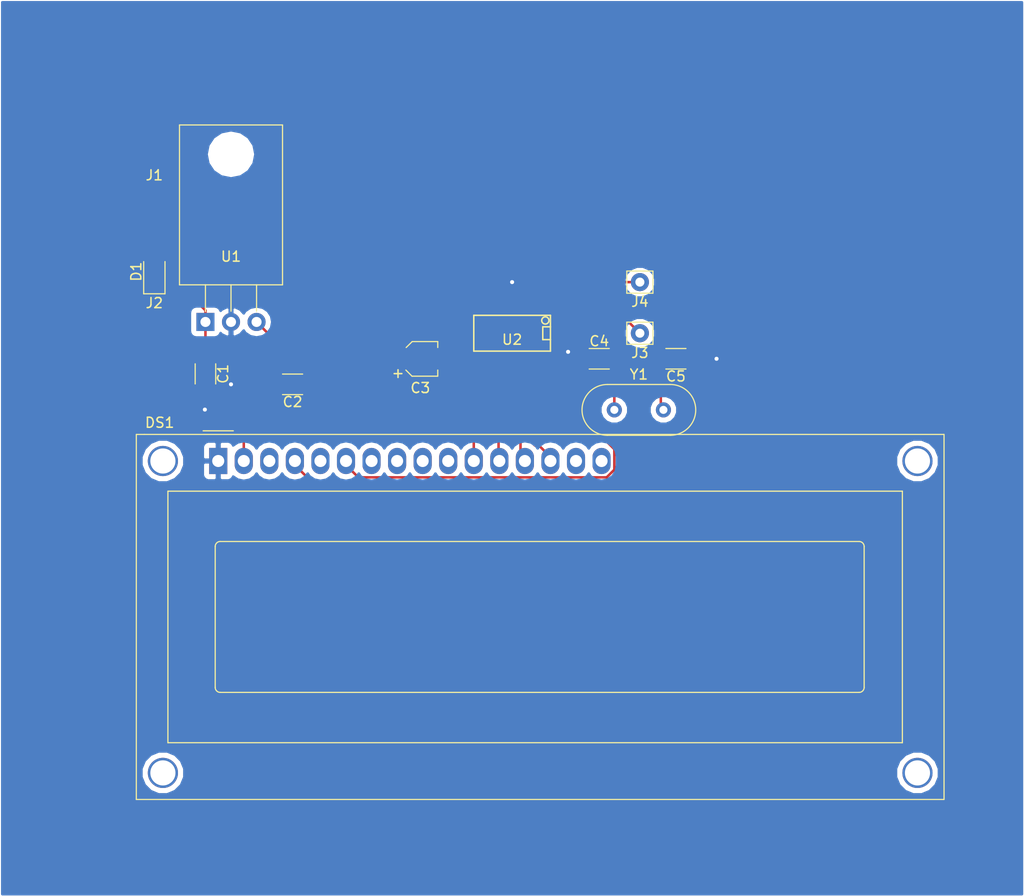
<source format=kicad_pcb>
(kicad_pcb (version 4) (host pcbnew 4.0.7)

  (general
    (links 27)
    (no_connects 27)
    (area 152.299999 76.099999 254.100001 165.200001)
    (thickness 1.6)
    (drawings 4)
    (tracks 115)
    (zones 0)
    (modules 14)
    (nets 31)
  )

  (page A4)
  (layers
    (0 F.Cu signal)
    (31 B.Cu signal)
    (32 B.Adhes user)
    (33 F.Adhes user)
    (34 B.Paste user)
    (35 F.Paste user)
    (36 B.SilkS user)
    (37 F.SilkS user)
    (38 B.Mask user)
    (39 F.Mask user)
    (40 Dwgs.User user)
    (41 Cmts.User user)
    (42 Eco1.User user)
    (43 Eco2.User user)
    (44 Edge.Cuts user)
    (45 Margin user)
    (46 B.CrtYd user)
    (47 F.CrtYd user)
    (48 B.Fab user)
    (49 F.Fab user)
  )

  (setup
    (last_trace_width 0.25)
    (trace_clearance 0.2)
    (zone_clearance 0.508)
    (zone_45_only no)
    (trace_min 0.2)
    (segment_width 0.2)
    (edge_width 0.15)
    (via_size 0.6)
    (via_drill 0.4)
    (via_min_size 0.4)
    (via_min_drill 0.3)
    (uvia_size 0.3)
    (uvia_drill 0.1)
    (uvias_allowed no)
    (uvia_min_size 0.2)
    (uvia_min_drill 0.1)
    (pcb_text_width 0.3)
    (pcb_text_size 1.5 1.5)
    (mod_edge_width 0.15)
    (mod_text_size 1 1)
    (mod_text_width 0.15)
    (pad_size 1.524 1.524)
    (pad_drill 0.762)
    (pad_to_mask_clearance 0.2)
    (aux_axis_origin 152.4 165.1)
    (visible_elements 7FFFFFFF)
    (pcbplotparams
      (layerselection 0x00030_80000001)
      (usegerberextensions false)
      (excludeedgelayer true)
      (linewidth 0.100000)
      (plotframeref false)
      (viasonmask false)
      (mode 1)
      (useauxorigin false)
      (hpglpennumber 1)
      (hpglpenspeed 20)
      (hpglpendiameter 15)
      (hpglpenoverlay 2)
      (psnegative false)
      (psa4output false)
      (plotreference true)
      (plotvalue true)
      (plotinvisibletext false)
      (padsonsilk false)
      (subtractmaskfromsilk false)
      (outputformat 1)
      (mirror false)
      (drillshape 1)
      (scaleselection 1)
      (outputdirectory ""))
  )

  (net 0 "")
  (net 1 "Net-(C1-Pad1)")
  (net 2 GNDREF)
  (net 3 "Net-(C2-Pad1)")
  (net 4 "Net-(C3-Pad2)")
  (net 5 "Net-(C4-Pad2)")
  (net 6 "Net-(C5-Pad2)")
  (net 7 "Net-(D1-Pad2)")
  (net 8 "Net-(DS1-Pad3)")
  (net 9 "Net-(DS1-Pad4)")
  (net 10 "Net-(DS1-Pad5)")
  (net 11 "Net-(DS1-Pad6)")
  (net 12 "Net-(DS1-Pad7)")
  (net 13 "Net-(DS1-Pad8)")
  (net 14 "Net-(DS1-Pad9)")
  (net 15 "Net-(DS1-Pad10)")
  (net 16 "Net-(DS1-Pad11)")
  (net 17 "Net-(DS1-Pad12)")
  (net 18 "Net-(DS1-Pad13)")
  (net 19 "Net-(DS1-Pad14)")
  (net 20 "Net-(DS1-Pad15)")
  (net 21 "Net-(DS1-Pad16)")
  (net 22 "Net-(J3-Pad1)")
  (net 23 "Net-(J4-Pad1)")
  (net 24 "Net-(U2-Pad3)")
  (net 25 "Net-(U2-Pad4)")
  (net 26 "Net-(U2-Pad6)")
  (net 27 "Net-(U2-Pad7)")
  (net 28 "Net-(U2-Pad8)")
  (net 29 "Net-(U2-Pad9)")
  (net 30 "Net-(U2-Pad10)")

  (net_class Default "Ceci est la Netclass par défaut"
    (clearance 0.2)
    (trace_width 0.25)
    (via_dia 0.6)
    (via_drill 0.4)
    (uvia_dia 0.3)
    (uvia_drill 0.1)
    (add_net GNDREF)
    (add_net "Net-(C1-Pad1)")
    (add_net "Net-(C2-Pad1)")
    (add_net "Net-(C3-Pad2)")
    (add_net "Net-(C4-Pad2)")
    (add_net "Net-(C5-Pad2)")
    (add_net "Net-(D1-Pad2)")
    (add_net "Net-(DS1-Pad10)")
    (add_net "Net-(DS1-Pad11)")
    (add_net "Net-(DS1-Pad12)")
    (add_net "Net-(DS1-Pad13)")
    (add_net "Net-(DS1-Pad14)")
    (add_net "Net-(DS1-Pad15)")
    (add_net "Net-(DS1-Pad16)")
    (add_net "Net-(DS1-Pad3)")
    (add_net "Net-(DS1-Pad4)")
    (add_net "Net-(DS1-Pad5)")
    (add_net "Net-(DS1-Pad6)")
    (add_net "Net-(DS1-Pad7)")
    (add_net "Net-(DS1-Pad8)")
    (add_net "Net-(DS1-Pad9)")
    (add_net "Net-(J3-Pad1)")
    (add_net "Net-(J4-Pad1)")
    (add_net "Net-(U2-Pad10)")
    (add_net "Net-(U2-Pad3)")
    (add_net "Net-(U2-Pad4)")
    (add_net "Net-(U2-Pad6)")
    (add_net "Net-(U2-Pad7)")
    (add_net "Net-(U2-Pad8)")
    (add_net "Net-(U2-Pad9)")
  )

  (module Capacitors_SMD:C_1206 (layer F.Cu) (tedit 58AA84B8) (tstamp 5AB27FD2)
    (at 172.72 113.26 270)
    (descr "Capacitor SMD 1206, reflow soldering, AVX (see smccp.pdf)")
    (tags "capacitor 1206")
    (path /5AB27831)
    (attr smd)
    (fp_text reference C1 (at 0 -1.75 270) (layer F.SilkS)
      (effects (font (size 1 1) (thickness 0.15)))
    )
    (fp_text value C (at 0 2 270) (layer F.Fab)
      (effects (font (size 1 1) (thickness 0.15)))
    )
    (fp_text user %R (at 0 -1.75 270) (layer F.Fab)
      (effects (font (size 1 1) (thickness 0.15)))
    )
    (fp_line (start -1.6 0.8) (end -1.6 -0.8) (layer F.Fab) (width 0.1))
    (fp_line (start 1.6 0.8) (end -1.6 0.8) (layer F.Fab) (width 0.1))
    (fp_line (start 1.6 -0.8) (end 1.6 0.8) (layer F.Fab) (width 0.1))
    (fp_line (start -1.6 -0.8) (end 1.6 -0.8) (layer F.Fab) (width 0.1))
    (fp_line (start 1 -1.02) (end -1 -1.02) (layer F.SilkS) (width 0.12))
    (fp_line (start -1 1.02) (end 1 1.02) (layer F.SilkS) (width 0.12))
    (fp_line (start -2.25 -1.05) (end 2.25 -1.05) (layer F.CrtYd) (width 0.05))
    (fp_line (start -2.25 -1.05) (end -2.25 1.05) (layer F.CrtYd) (width 0.05))
    (fp_line (start 2.25 1.05) (end 2.25 -1.05) (layer F.CrtYd) (width 0.05))
    (fp_line (start 2.25 1.05) (end -2.25 1.05) (layer F.CrtYd) (width 0.05))
    (pad 1 smd rect (at -1.5 0 270) (size 1 1.6) (layers F.Cu F.Paste F.Mask)
      (net 1 "Net-(C1-Pad1)"))
    (pad 2 smd rect (at 1.5 0 270) (size 1 1.6) (layers F.Cu F.Paste F.Mask)
      (net 2 GNDREF))
    (model Capacitors_SMD.3dshapes/C_1206.wrl
      (at (xyz 0 0 0))
      (scale (xyz 1 1 1))
      (rotate (xyz 0 0 0))
    )
  )

  (module Capacitors_SMD:C_1206 (layer F.Cu) (tedit 58AA84B8) (tstamp 5AB27FE3)
    (at 181.38 114.3 180)
    (descr "Capacitor SMD 1206, reflow soldering, AVX (see smccp.pdf)")
    (tags "capacitor 1206")
    (path /5AB2783F)
    (attr smd)
    (fp_text reference C2 (at 0 -1.75 180) (layer F.SilkS)
      (effects (font (size 1 1) (thickness 0.15)))
    )
    (fp_text value C (at 0 2 180) (layer F.Fab)
      (effects (font (size 1 1) (thickness 0.15)))
    )
    (fp_text user %R (at 0 -1.75 180) (layer F.Fab)
      (effects (font (size 1 1) (thickness 0.15)))
    )
    (fp_line (start -1.6 0.8) (end -1.6 -0.8) (layer F.Fab) (width 0.1))
    (fp_line (start 1.6 0.8) (end -1.6 0.8) (layer F.Fab) (width 0.1))
    (fp_line (start 1.6 -0.8) (end 1.6 0.8) (layer F.Fab) (width 0.1))
    (fp_line (start -1.6 -0.8) (end 1.6 -0.8) (layer F.Fab) (width 0.1))
    (fp_line (start 1 -1.02) (end -1 -1.02) (layer F.SilkS) (width 0.12))
    (fp_line (start -1 1.02) (end 1 1.02) (layer F.SilkS) (width 0.12))
    (fp_line (start -2.25 -1.05) (end 2.25 -1.05) (layer F.CrtYd) (width 0.05))
    (fp_line (start -2.25 -1.05) (end -2.25 1.05) (layer F.CrtYd) (width 0.05))
    (fp_line (start 2.25 1.05) (end 2.25 -1.05) (layer F.CrtYd) (width 0.05))
    (fp_line (start 2.25 1.05) (end -2.25 1.05) (layer F.CrtYd) (width 0.05))
    (pad 1 smd rect (at -1.5 0 180) (size 1 1.6) (layers F.Cu F.Paste F.Mask)
      (net 3 "Net-(C2-Pad1)"))
    (pad 2 smd rect (at 1.5 0 180) (size 1 1.6) (layers F.Cu F.Paste F.Mask)
      (net 2 GNDREF))
    (model Capacitors_SMD.3dshapes/C_1206.wrl
      (at (xyz 0 0 0))
      (scale (xyz 1 1 1))
      (rotate (xyz 0 0 0))
    )
  )

  (module Capacitors_SMD:CP_Elec_3x5.3 (layer F.Cu) (tedit 58AA85CF) (tstamp 5AB27FFD)
    (at 194.08 111.76)
    (descr "SMT capacitor, aluminium electrolytic, 3x5.3")
    (path /5AB27838)
    (attr smd)
    (fp_text reference C3 (at 0 2.9) (layer F.SilkS)
      (effects (font (size 1 1) (thickness 0.15)))
    )
    (fp_text value CP_Small (at -0.03 -2.9) (layer F.Fab)
      (effects (font (size 1 1) (thickness 0.15)))
    )
    (fp_circle (center 0 0) (end 0.3 1.5) (layer F.Fab) (width 0.1))
    (fp_text user + (at -0.94 -0.08) (layer F.Fab)
      (effects (font (size 1 1) (thickness 0.15)))
    )
    (fp_text user + (at -2.22 1.4) (layer F.SilkS)
      (effects (font (size 1 1) (thickness 0.15)))
    )
    (fp_text user %R (at 0 2.9) (layer F.Fab)
      (effects (font (size 1 1) (thickness 0.15)))
    )
    (fp_line (start -1.56 -0.75) (end -1.56 0.77) (layer F.Fab) (width 0.1))
    (fp_line (start -0.75 -1.56) (end -1.56 -0.75) (layer F.Fab) (width 0.1))
    (fp_line (start -0.76 1.57) (end -1.56 0.77) (layer F.Fab) (width 0.1))
    (fp_line (start 1.57 1.57) (end 1.57 -1.56) (layer F.Fab) (width 0.1))
    (fp_line (start 1.56 1.57) (end -0.76 1.57) (layer F.Fab) (width 0.1))
    (fp_line (start 1.57 -1.56) (end -0.75 -1.56) (layer F.Fab) (width 0.1))
    (fp_line (start -0.83 1.73) (end -1.44 1.12) (layer F.SilkS) (width 0.12))
    (fp_line (start 1.73 1.73) (end 1.73 1.12) (layer F.SilkS) (width 0.12))
    (fp_line (start -0.81 -1.71) (end -1.41 -1.12) (layer F.SilkS) (width 0.12))
    (fp_line (start 1.73 -1.71) (end 1.73 -1.12) (layer F.SilkS) (width 0.12))
    (fp_line (start -0.83 1.73) (end 1.71 1.73) (layer F.SilkS) (width 0.12))
    (fp_line (start 1.73 -1.71) (end -0.81 -1.71) (layer F.SilkS) (width 0.12))
    (fp_line (start -2.85 -1.82) (end 2.85 -1.82) (layer F.CrtYd) (width 0.05))
    (fp_line (start -2.85 -1.82) (end -2.85 1.82) (layer F.CrtYd) (width 0.05))
    (fp_line (start 2.85 1.82) (end 2.85 -1.82) (layer F.CrtYd) (width 0.05))
    (fp_line (start 2.85 1.82) (end -2.85 1.82) (layer F.CrtYd) (width 0.05))
    (pad 2 smd rect (at 1.5 0) (size 2.2 1.6) (layers F.Cu F.Paste F.Mask)
      (net 4 "Net-(C3-Pad2)"))
    (pad 1 smd rect (at -1.5 0) (size 2.2 1.6) (layers F.Cu F.Paste F.Mask)
      (net 3 "Net-(C2-Pad1)"))
    (model Capacitors_SMD.3dshapes/CP_Elec_3x5.3.wrl
      (at (xyz 0 0 0))
      (scale (xyz 1 1 1))
      (rotate (xyz 0 0 180))
    )
  )

  (module Capacitors_SMD:C_1206 (layer F.Cu) (tedit 58AA84B8) (tstamp 5AB2800E)
    (at 211.86 111.76)
    (descr "Capacitor SMD 1206, reflow soldering, AVX (see smccp.pdf)")
    (tags "capacitor 1206")
    (path /5AB27840)
    (attr smd)
    (fp_text reference C4 (at 0 -1.75) (layer F.SilkS)
      (effects (font (size 1 1) (thickness 0.15)))
    )
    (fp_text value C (at 0 2) (layer F.Fab)
      (effects (font (size 1 1) (thickness 0.15)))
    )
    (fp_text user %R (at 0 -1.75) (layer F.Fab)
      (effects (font (size 1 1) (thickness 0.15)))
    )
    (fp_line (start -1.6 0.8) (end -1.6 -0.8) (layer F.Fab) (width 0.1))
    (fp_line (start 1.6 0.8) (end -1.6 0.8) (layer F.Fab) (width 0.1))
    (fp_line (start 1.6 -0.8) (end 1.6 0.8) (layer F.Fab) (width 0.1))
    (fp_line (start -1.6 -0.8) (end 1.6 -0.8) (layer F.Fab) (width 0.1))
    (fp_line (start 1 -1.02) (end -1 -1.02) (layer F.SilkS) (width 0.12))
    (fp_line (start -1 1.02) (end 1 1.02) (layer F.SilkS) (width 0.12))
    (fp_line (start -2.25 -1.05) (end 2.25 -1.05) (layer F.CrtYd) (width 0.05))
    (fp_line (start -2.25 -1.05) (end -2.25 1.05) (layer F.CrtYd) (width 0.05))
    (fp_line (start 2.25 1.05) (end 2.25 -1.05) (layer F.CrtYd) (width 0.05))
    (fp_line (start 2.25 1.05) (end -2.25 1.05) (layer F.CrtYd) (width 0.05))
    (pad 1 smd rect (at -1.5 0) (size 1 1.6) (layers F.Cu F.Paste F.Mask)
      (net 2 GNDREF))
    (pad 2 smd rect (at 1.5 0) (size 1 1.6) (layers F.Cu F.Paste F.Mask)
      (net 5 "Net-(C4-Pad2)"))
    (model Capacitors_SMD.3dshapes/C_1206.wrl
      (at (xyz 0 0 0))
      (scale (xyz 1 1 1))
      (rotate (xyz 0 0 0))
    )
  )

  (module Capacitors_SMD:C_1206 (layer F.Cu) (tedit 58AA84B8) (tstamp 5AB2801F)
    (at 219.48 111.76 180)
    (descr "Capacitor SMD 1206, reflow soldering, AVX (see smccp.pdf)")
    (tags "capacitor 1206")
    (path /5AB27841)
    (attr smd)
    (fp_text reference C5 (at 0 -1.75 180) (layer F.SilkS)
      (effects (font (size 1 1) (thickness 0.15)))
    )
    (fp_text value C (at 0 2 180) (layer F.Fab)
      (effects (font (size 1 1) (thickness 0.15)))
    )
    (fp_text user %R (at 0 -1.75 180) (layer F.Fab)
      (effects (font (size 1 1) (thickness 0.15)))
    )
    (fp_line (start -1.6 0.8) (end -1.6 -0.8) (layer F.Fab) (width 0.1))
    (fp_line (start 1.6 0.8) (end -1.6 0.8) (layer F.Fab) (width 0.1))
    (fp_line (start 1.6 -0.8) (end 1.6 0.8) (layer F.Fab) (width 0.1))
    (fp_line (start -1.6 -0.8) (end 1.6 -0.8) (layer F.Fab) (width 0.1))
    (fp_line (start 1 -1.02) (end -1 -1.02) (layer F.SilkS) (width 0.12))
    (fp_line (start -1 1.02) (end 1 1.02) (layer F.SilkS) (width 0.12))
    (fp_line (start -2.25 -1.05) (end 2.25 -1.05) (layer F.CrtYd) (width 0.05))
    (fp_line (start -2.25 -1.05) (end -2.25 1.05) (layer F.CrtYd) (width 0.05))
    (fp_line (start 2.25 1.05) (end 2.25 -1.05) (layer F.CrtYd) (width 0.05))
    (fp_line (start 2.25 1.05) (end -2.25 1.05) (layer F.CrtYd) (width 0.05))
    (pad 1 smd rect (at -1.5 0 180) (size 1 1.6) (layers F.Cu F.Paste F.Mask)
      (net 2 GNDREF))
    (pad 2 smd rect (at 1.5 0 180) (size 1 1.6) (layers F.Cu F.Paste F.Mask)
      (net 6 "Net-(C5-Pad2)"))
    (model Capacitors_SMD.3dshapes/C_1206.wrl
      (at (xyz 0 0 0))
      (scale (xyz 1 1 1))
      (rotate (xyz 0 0 0))
    )
  )

  (module Diodes_SMD:D_1206 (layer F.Cu) (tedit 590CEAF5) (tstamp 5AB28037)
    (at 167.64 103.1 90)
    (descr "Diode SMD 1206, reflow soldering http://datasheets.avx.com/schottky.pdf")
    (tags "Diode 1206")
    (path /5AB2782D)
    (attr smd)
    (fp_text reference D1 (at 0 -1.8 90) (layer F.SilkS)
      (effects (font (size 1 1) (thickness 0.15)))
    )
    (fp_text value D (at 0 1.9 90) (layer F.Fab)
      (effects (font (size 1 1) (thickness 0.15)))
    )
    (fp_text user %R (at 0 -1.8 90) (layer F.Fab)
      (effects (font (size 1 1) (thickness 0.15)))
    )
    (fp_line (start -0.254 -0.254) (end -0.254 0.254) (layer F.Fab) (width 0.1))
    (fp_line (start 0.127 0) (end 0.381 0) (layer F.Fab) (width 0.1))
    (fp_line (start -0.254 0) (end -0.508 0) (layer F.Fab) (width 0.1))
    (fp_line (start 0.127 0.254) (end -0.254 0) (layer F.Fab) (width 0.1))
    (fp_line (start 0.127 -0.254) (end 0.127 0.254) (layer F.Fab) (width 0.1))
    (fp_line (start -0.254 0) (end 0.127 -0.254) (layer F.Fab) (width 0.1))
    (fp_line (start -2.2 -1.06) (end -2.2 1.06) (layer F.SilkS) (width 0.12))
    (fp_line (start -1.7 0.95) (end -1.7 -0.95) (layer F.Fab) (width 0.1))
    (fp_line (start 1.7 0.95) (end -1.7 0.95) (layer F.Fab) (width 0.1))
    (fp_line (start 1.7 -0.95) (end 1.7 0.95) (layer F.Fab) (width 0.1))
    (fp_line (start -1.7 -0.95) (end 1.7 -0.95) (layer F.Fab) (width 0.1))
    (fp_line (start -2.3 -1.16) (end 2.3 -1.16) (layer F.CrtYd) (width 0.05))
    (fp_line (start -2.3 1.16) (end 2.3 1.16) (layer F.CrtYd) (width 0.05))
    (fp_line (start -2.3 -1.16) (end -2.3 1.16) (layer F.CrtYd) (width 0.05))
    (fp_line (start 2.3 -1.16) (end 2.3 1.16) (layer F.CrtYd) (width 0.05))
    (fp_line (start 1 -1.06) (end -2.2 -1.06) (layer F.SilkS) (width 0.12))
    (fp_line (start -2.2 1.06) (end 1 1.06) (layer F.SilkS) (width 0.12))
    (pad 1 smd rect (at -1.5 0 90) (size 1 1.6) (layers F.Cu F.Paste F.Mask)
      (net 1 "Net-(C1-Pad1)"))
    (pad 2 smd rect (at 1.5 0 90) (size 1 1.6) (layers F.Cu F.Paste F.Mask)
      (net 7 "Net-(D1-Pad2)"))
    (model ${KISYS3DMOD}/Diodes_SMD.3dshapes/D_1206.wrl
      (at (xyz 0 0 0))
      (scale (xyz 1 1 1))
      (rotate (xyz 0 0 0))
    )
  )

  (module Displays:WC1602A (layer F.Cu) (tedit 5958D986) (tstamp 5AB2806D)
    (at 173.99 121.92)
    (descr "LCD 16x2 http://www.wincomlcd.com/pdf/WC1602A-SFYLYHTC06.pdf")
    (tags "LCD 16x2 Alphanumeric 16pin")
    (path /5AB2783A)
    (fp_text reference DS1 (at -5.82 -3.81) (layer F.SilkS)
      (effects (font (size 1 1) (thickness 0.15)))
    )
    (fp_text value WC1602A (at -4.31 34.66) (layer F.Fab)
      (effects (font (size 1 1) (thickness 0.15)))
    )
    (fp_line (start -8.14 33.64) (end 72.14 33.64) (layer F.SilkS) (width 0.12))
    (fp_line (start 72.14 33.64) (end 72.14 -2.64) (layer F.SilkS) (width 0.12))
    (fp_line (start 72.14 -2.64) (end -7.34 -2.64) (layer F.SilkS) (width 0.12))
    (fp_line (start -8.14 -2.64) (end -8.14 33.64) (layer F.SilkS) (width 0.12))
    (fp_line (start -8.13 -2.64) (end -7.34 -2.64) (layer F.SilkS) (width 0.12))
    (fp_line (start -8.25 -2.75) (end -8.25 33.75) (layer F.CrtYd) (width 0.05))
    (fp_line (start -8.25 33.75) (end 72.25 33.75) (layer F.CrtYd) (width 0.05))
    (fp_line (start 72.25 -2.75) (end 72.25 33.75) (layer F.CrtYd) (width 0.05))
    (fp_line (start -1.5 -3) (end 1.5 -3) (layer F.SilkS) (width 0.12))
    (fp_line (start -8.25 -2.75) (end 72.25 -2.75) (layer F.CrtYd) (width 0.05))
    (fp_line (start 1 -2.5) (end 0 -1.5) (layer F.Fab) (width 0.1))
    (fp_line (start 0 -1.5) (end -1 -2.5) (layer F.Fab) (width 0.1))
    (fp_line (start -1 -2.5) (end -8 -2.5) (layer F.Fab) (width 0.1))
    (fp_text user %R (at 30.37 14.74) (layer F.Fab)
      (effects (font (size 1 1) (thickness 0.1)))
    )
    (fp_line (start 0.2 8) (end 63.7 8) (layer F.SilkS) (width 0.12))
    (fp_line (start -0.29972 22.49932) (end -0.29972 8.5) (layer F.SilkS) (width 0.12))
    (fp_line (start 63.70066 23) (end 0.2 23) (layer F.SilkS) (width 0.12))
    (fp_line (start 64.2 8.5) (end 64.2 22.5) (layer F.SilkS) (width 0.12))
    (fp_arc (start 63.7 8.5) (end 63.7 8) (angle 90) (layer F.SilkS) (width 0.12))
    (fp_arc (start 63.70066 22.49932) (end 64.20104 22.49932) (angle 90) (layer F.SilkS) (width 0.12))
    (fp_arc (start 0.20066 22.49932) (end 0.20066 22.9997) (angle 90) (layer F.SilkS) (width 0.12))
    (fp_arc (start 0.20066 8.49884) (end -0.29972 8.49884) (angle 90) (layer F.SilkS) (width 0.12))
    (fp_line (start -5 3) (end 68 3) (layer F.SilkS) (width 0.12))
    (fp_line (start 68 3) (end 68 28) (layer F.SilkS) (width 0.12))
    (fp_line (start 68 28) (end -5 28) (layer F.SilkS) (width 0.12))
    (fp_line (start -5 28) (end -5 3) (layer F.SilkS) (width 0.12))
    (fp_line (start 1 -2.5) (end 72 -2.5) (layer F.Fab) (width 0.1))
    (fp_line (start 72 -2.5) (end 72 33.5) (layer F.Fab) (width 0.1))
    (fp_line (start 72 33.5) (end -8 33.5) (layer F.Fab) (width 0.1))
    (fp_line (start -8 33.5) (end -8 -2.5) (layer F.Fab) (width 0.1))
    (pad 1 thru_hole rect (at 0 0) (size 1.8 2.6) (drill 1.2) (layers *.Cu *.Mask)
      (net 2 GNDREF))
    (pad 2 thru_hole oval (at 2.54 0) (size 1.8 2.6) (drill 1.2) (layers *.Cu *.Mask)
      (net 3 "Net-(C2-Pad1)"))
    (pad 3 thru_hole oval (at 5.08 0) (size 1.8 2.6) (drill 1.2) (layers *.Cu *.Mask)
      (net 8 "Net-(DS1-Pad3)"))
    (pad 4 thru_hole oval (at 7.62 0) (size 1.8 2.6) (drill 1.2) (layers *.Cu *.Mask)
      (net 9 "Net-(DS1-Pad4)"))
    (pad 5 thru_hole oval (at 10.16 0) (size 1.8 2.6) (drill 1.2) (layers *.Cu *.Mask)
      (net 10 "Net-(DS1-Pad5)"))
    (pad 6 thru_hole oval (at 12.7 0) (size 1.8 2.6) (drill 1.2) (layers *.Cu *.Mask)
      (net 11 "Net-(DS1-Pad6)"))
    (pad 7 thru_hole oval (at 15.24 0) (size 1.8 2.6) (drill 1.2) (layers *.Cu *.Mask)
      (net 12 "Net-(DS1-Pad7)"))
    (pad 8 thru_hole oval (at 17.78 0) (size 1.8 2.6) (drill 1.2) (layers *.Cu *.Mask)
      (net 13 "Net-(DS1-Pad8)"))
    (pad 9 thru_hole oval (at 20.32 0) (size 1.8 2.6) (drill 1.2) (layers *.Cu *.Mask)
      (net 14 "Net-(DS1-Pad9)"))
    (pad 10 thru_hole oval (at 22.86 0) (size 1.8 2.6) (drill 1.2) (layers *.Cu *.Mask)
      (net 15 "Net-(DS1-Pad10)"))
    (pad 11 thru_hole oval (at 25.4 0) (size 1.8 2.6) (drill 1.2) (layers *.Cu *.Mask)
      (net 16 "Net-(DS1-Pad11)"))
    (pad 12 thru_hole oval (at 27.94 0) (size 1.8 2.6) (drill 1.2) (layers *.Cu *.Mask)
      (net 17 "Net-(DS1-Pad12)"))
    (pad 13 thru_hole oval (at 30.48 0) (size 1.8 2.6) (drill 1.2) (layers *.Cu *.Mask)
      (net 18 "Net-(DS1-Pad13)"))
    (pad 14 thru_hole oval (at 33.02 0) (size 1.8 2.6) (drill 1.2) (layers *.Cu *.Mask)
      (net 19 "Net-(DS1-Pad14)"))
    (pad 15 thru_hole oval (at 35.56 0) (size 1.8 2.6) (drill 1.2) (layers *.Cu *.Mask)
      (net 20 "Net-(DS1-Pad15)"))
    (pad 16 thru_hole oval (at 38.1 0) (size 1.8 2.6) (drill 1.2) (layers *.Cu *.Mask)
      (net 21 "Net-(DS1-Pad16)"))
    (pad "" thru_hole circle (at -5.4991 0) (size 3 3) (drill 2.5) (layers *.Cu *.Mask))
    (pad "" thru_hole circle (at -5.4991 31.0007) (size 3 3) (drill 2.5) (layers *.Cu *.Mask))
    (pad "" thru_hole circle (at 69.49948 31.0007) (size 3 3) (drill 2.5) (layers *.Cu *.Mask))
    (pad "" thru_hole circle (at 69.5 0) (size 3 3) (drill 2.5) (layers *.Cu *.Mask))
    (model ${KISYS3DMOD}/Displays.3dshapes/WC1602A.wrl
      (at (xyz 0 0 0))
      (scale (xyz 1 1 1))
      (rotate (xyz 0 0 0))
    )
  )

  (module Measurement_Points:Measurement_Point_Round-SMD-Pad_Big (layer F.Cu) (tedit 56C35F3F) (tstamp 5AB28073)
    (at 167.64 96.52)
    (descr "Mesurement Point, Round, SMD Pad, DM 3mm,")
    (tags "Mesurement Point Round SMD Pad 3mm")
    (path /5AB2783D)
    (attr virtual)
    (fp_text reference J1 (at 0 -3) (layer F.SilkS)
      (effects (font (size 1 1) (thickness 0.15)))
    )
    (fp_text value Conn_01x01_Female (at 0 3) (layer F.Fab)
      (effects (font (size 1 1) (thickness 0.15)))
    )
    (fp_circle (center 0 0) (end 1.75 0) (layer F.CrtYd) (width 0.05))
    (pad 1 smd circle (at 0 0) (size 3 3) (layers F.Cu F.Mask)
      (net 7 "Net-(D1-Pad2)"))
  )

  (module Measurement_Points:Measurement_Point_Round-SMD-Pad_Big (layer F.Cu) (tedit 56C35F3F) (tstamp 5AB28079)
    (at 167.64 109.22)
    (descr "Mesurement Point, Round, SMD Pad, DM 3mm,")
    (tags "Mesurement Point Round SMD Pad 3mm")
    (path /5AB2783E)
    (attr virtual)
    (fp_text reference J2 (at 0 -3) (layer F.SilkS)
      (effects (font (size 1 1) (thickness 0.15)))
    )
    (fp_text value Conn_01x01_Female (at 0 3) (layer F.Fab)
      (effects (font (size 1 1) (thickness 0.15)))
    )
    (fp_circle (center 0 0) (end 1.75 0) (layer F.CrtYd) (width 0.05))
    (pad 1 smd circle (at 0 0) (size 3 3) (layers F.Cu F.Mask)
      (net 2 GNDREF))
  )

  (module Connectors:Pin_d0.9mm_L10.0mm_W2.4mm_FlatFork (layer F.Cu) (tedit 59B3E075) (tstamp 5AB2808C)
    (at 215.9 109.22)
    (descr "solder Pin_ with flat fork, hole diameter 0.9mm, length 10.0mm, width 2.4mm")
    (tags "solder Pin_ with flat fork")
    (path /5AB27844)
    (fp_text reference J3 (at 0 1.95) (layer F.SilkS)
      (effects (font (size 1 1) (thickness 0.15)))
    )
    (fp_text value REF (at 0 -2.05) (layer F.Fab)
      (effects (font (size 1 1) (thickness 0.15)))
    )
    (fp_text user %R (at 0 1.95) (layer F.Fab)
      (effects (font (size 1 1) (thickness 0.15)))
    )
    (fp_line (start -1.3 -1.1) (end -1.3 0.6) (layer F.SilkS) (width 0.12))
    (fp_line (start -1.3 0.6) (end -1.3 1.1) (layer F.SilkS) (width 0.12))
    (fp_line (start -1.3 1.1) (end 1.3 1.1) (layer F.SilkS) (width 0.12))
    (fp_line (start 1.3 1.1) (end 1.3 -1.1) (layer F.SilkS) (width 0.12))
    (fp_line (start 1.3 -1.1) (end -1.3 -1.1) (layer F.SilkS) (width 0.12))
    (fp_line (start -1.2 -0.25) (end -1.2 0.25) (layer F.Fab) (width 0.12))
    (fp_line (start -1.2 0.25) (end 1.2 0.25) (layer F.Fab) (width 0.12))
    (fp_line (start 1.2 0.25) (end 1.2 -0.25) (layer F.Fab) (width 0.12))
    (fp_line (start 1.2 -0.25) (end -1.2 -0.25) (layer F.Fab) (width 0.12))
    (fp_line (start -1.7 -1.4) (end 1.7 -1.4) (layer F.CrtYd) (width 0.05))
    (fp_line (start -1.7 -1.4) (end -1.7 1.4) (layer F.CrtYd) (width 0.05))
    (fp_line (start 1.7 1.4) (end 1.7 -1.4) (layer F.CrtYd) (width 0.05))
    (fp_line (start 1.7 1.4) (end -1.7 1.4) (layer F.CrtYd) (width 0.05))
    (pad 1 thru_hole circle (at 0 0) (size 1.8 1.8) (drill 0.9) (layers *.Cu *.Mask)
      (net 22 "Net-(J3-Pad1)"))
    (model ${KISYS3DMOD}/Connectors.3dshapes/Pin_d0.9mm_L10.0mm_W2.4mm_FlatFork.wrl
      (at (xyz 0 0 0))
      (scale (xyz 1 1 1))
      (rotate (xyz 0 0 0))
    )
  )

  (module Connectors:Pin_d0.9mm_L10.0mm_W2.4mm_FlatFork (layer F.Cu) (tedit 59B3E075) (tstamp 5AB2809F)
    (at 215.9 104.14)
    (descr "solder Pin_ with flat fork, hole diameter 0.9mm, length 10.0mm, width 2.4mm")
    (tags "solder Pin_ with flat fork")
    (path /5AB27843)
    (fp_text reference J4 (at 0 1.95) (layer F.SilkS)
      (effects (font (size 1 1) (thickness 0.15)))
    )
    (fp_text value FWD (at 0 -2.05) (layer F.Fab)
      (effects (font (size 1 1) (thickness 0.15)))
    )
    (fp_text user %R (at 0 1.95) (layer F.Fab)
      (effects (font (size 1 1) (thickness 0.15)))
    )
    (fp_line (start -1.3 -1.1) (end -1.3 0.6) (layer F.SilkS) (width 0.12))
    (fp_line (start -1.3 0.6) (end -1.3 1.1) (layer F.SilkS) (width 0.12))
    (fp_line (start -1.3 1.1) (end 1.3 1.1) (layer F.SilkS) (width 0.12))
    (fp_line (start 1.3 1.1) (end 1.3 -1.1) (layer F.SilkS) (width 0.12))
    (fp_line (start 1.3 -1.1) (end -1.3 -1.1) (layer F.SilkS) (width 0.12))
    (fp_line (start -1.2 -0.25) (end -1.2 0.25) (layer F.Fab) (width 0.12))
    (fp_line (start -1.2 0.25) (end 1.2 0.25) (layer F.Fab) (width 0.12))
    (fp_line (start 1.2 0.25) (end 1.2 -0.25) (layer F.Fab) (width 0.12))
    (fp_line (start 1.2 -0.25) (end -1.2 -0.25) (layer F.Fab) (width 0.12))
    (fp_line (start -1.7 -1.4) (end 1.7 -1.4) (layer F.CrtYd) (width 0.05))
    (fp_line (start -1.7 -1.4) (end -1.7 1.4) (layer F.CrtYd) (width 0.05))
    (fp_line (start 1.7 1.4) (end 1.7 -1.4) (layer F.CrtYd) (width 0.05))
    (fp_line (start 1.7 1.4) (end -1.7 1.4) (layer F.CrtYd) (width 0.05))
    (pad 1 thru_hole circle (at 0 0) (size 1.8 1.8) (drill 0.9) (layers *.Cu *.Mask)
      (net 23 "Net-(J4-Pad1)"))
    (model ${KISYS3DMOD}/Connectors.3dshapes/Pin_d0.9mm_L10.0mm_W2.4mm_FlatFork.wrl
      (at (xyz 0 0 0))
      (scale (xyz 1 1 1))
      (rotate (xyz 0 0 0))
    )
  )

  (module TO_SOT_Packages_THT:TO-220-3_Horizontal (layer F.Cu) (tedit 58CE52AD) (tstamp 5AB280BF)
    (at 172.72 108.1)
    (descr "TO-220-3, Horizontal, RM 2.54mm")
    (tags "TO-220-3 Horizontal RM 2.54mm")
    (path /5AB2782E)
    (fp_text reference U1 (at 2.54 -6.5) (layer F.SilkS)
      (effects (font (size 1 1) (thickness 0.15)))
    )
    (fp_text value L7805 (at 2.54 1.9) (layer F.Fab)
      (effects (font (size 1 1) (thickness 0.15)))
    )
    (fp_text user %R (at 2.54 -20.58) (layer F.Fab)
      (effects (font (size 1 1) (thickness 0.15)))
    )
    (fp_line (start -2.46 -13.06) (end -2.46 -19.46) (layer F.Fab) (width 0.1))
    (fp_line (start -2.46 -19.46) (end 7.54 -19.46) (layer F.Fab) (width 0.1))
    (fp_line (start 7.54 -19.46) (end 7.54 -13.06) (layer F.Fab) (width 0.1))
    (fp_line (start 7.54 -13.06) (end -2.46 -13.06) (layer F.Fab) (width 0.1))
    (fp_line (start -2.46 -3.81) (end -2.46 -13.06) (layer F.Fab) (width 0.1))
    (fp_line (start -2.46 -13.06) (end 7.54 -13.06) (layer F.Fab) (width 0.1))
    (fp_line (start 7.54 -13.06) (end 7.54 -3.81) (layer F.Fab) (width 0.1))
    (fp_line (start 7.54 -3.81) (end -2.46 -3.81) (layer F.Fab) (width 0.1))
    (fp_line (start 0 -3.81) (end 0 0) (layer F.Fab) (width 0.1))
    (fp_line (start 2.54 -3.81) (end 2.54 0) (layer F.Fab) (width 0.1))
    (fp_line (start 5.08 -3.81) (end 5.08 0) (layer F.Fab) (width 0.1))
    (fp_line (start -2.58 -3.69) (end 7.66 -3.69) (layer F.SilkS) (width 0.12))
    (fp_line (start -2.58 -19.58) (end 7.66 -19.58) (layer F.SilkS) (width 0.12))
    (fp_line (start -2.58 -19.58) (end -2.58 -3.69) (layer F.SilkS) (width 0.12))
    (fp_line (start 7.66 -19.58) (end 7.66 -3.69) (layer F.SilkS) (width 0.12))
    (fp_line (start 0 -3.69) (end 0 -1.05) (layer F.SilkS) (width 0.12))
    (fp_line (start 2.54 -3.69) (end 2.54 -1.066) (layer F.SilkS) (width 0.12))
    (fp_line (start 5.08 -3.69) (end 5.08 -1.066) (layer F.SilkS) (width 0.12))
    (fp_line (start -2.71 -19.71) (end -2.71 1.15) (layer F.CrtYd) (width 0.05))
    (fp_line (start -2.71 1.15) (end 7.79 1.15) (layer F.CrtYd) (width 0.05))
    (fp_line (start 7.79 1.15) (end 7.79 -19.71) (layer F.CrtYd) (width 0.05))
    (fp_line (start 7.79 -19.71) (end -2.71 -19.71) (layer F.CrtYd) (width 0.05))
    (fp_circle (center 2.54 -16.66) (end 4.39 -16.66) (layer F.Fab) (width 0.1))
    (pad 0 np_thru_hole oval (at 2.54 -16.66) (size 3.5 3.5) (drill 3.5) (layers *.Cu *.Mask))
    (pad 1 thru_hole rect (at 0 0) (size 1.8 1.8) (drill 1) (layers *.Cu *.Mask)
      (net 1 "Net-(C1-Pad1)"))
    (pad 2 thru_hole oval (at 2.54 0) (size 1.8 1.8) (drill 1) (layers *.Cu *.Mask)
      (net 2 GNDREF))
    (pad 3 thru_hole oval (at 5.08 0) (size 1.8 1.8) (drill 1) (layers *.Cu *.Mask)
      (net 3 "Net-(C2-Pad1)"))
    (model ${KISYS3DMOD}/TO_SOT_Packages_THT.3dshapes/TO-220-3_Horizontal.wrl
      (at (xyz 0.1 0 0))
      (scale (xyz 0.393701 0.393701 0.393701))
      (rotate (xyz 0 0 0))
    )
  )

  (module Crystals:Crystal_HC49-U_Vertical (layer F.Cu) (tedit 58CD2E9C) (tstamp 5AB280D6)
    (at 213.36 116.84)
    (descr "Crystal THT HC-49/U http://5hertz.com/pdfs/04404_D.pdf")
    (tags "THT crystalHC-49/U")
    (path /5AB27832)
    (fp_text reference Y1 (at 2.44 -3.525) (layer F.SilkS)
      (effects (font (size 1 1) (thickness 0.15)))
    )
    (fp_text value Crystal (at 2.44 3.525) (layer F.Fab)
      (effects (font (size 1 1) (thickness 0.15)))
    )
    (fp_text user %R (at 2.44 0) (layer F.Fab)
      (effects (font (size 1 1) (thickness 0.15)))
    )
    (fp_line (start -0.685 -2.325) (end 5.565 -2.325) (layer F.Fab) (width 0.1))
    (fp_line (start -0.685 2.325) (end 5.565 2.325) (layer F.Fab) (width 0.1))
    (fp_line (start -0.56 -2) (end 5.44 -2) (layer F.Fab) (width 0.1))
    (fp_line (start -0.56 2) (end 5.44 2) (layer F.Fab) (width 0.1))
    (fp_line (start -0.685 -2.525) (end 5.565 -2.525) (layer F.SilkS) (width 0.12))
    (fp_line (start -0.685 2.525) (end 5.565 2.525) (layer F.SilkS) (width 0.12))
    (fp_line (start -3.5 -2.8) (end -3.5 2.8) (layer F.CrtYd) (width 0.05))
    (fp_line (start -3.5 2.8) (end 8.4 2.8) (layer F.CrtYd) (width 0.05))
    (fp_line (start 8.4 2.8) (end 8.4 -2.8) (layer F.CrtYd) (width 0.05))
    (fp_line (start 8.4 -2.8) (end -3.5 -2.8) (layer F.CrtYd) (width 0.05))
    (fp_arc (start -0.685 0) (end -0.685 -2.325) (angle -180) (layer F.Fab) (width 0.1))
    (fp_arc (start 5.565 0) (end 5.565 -2.325) (angle 180) (layer F.Fab) (width 0.1))
    (fp_arc (start -0.56 0) (end -0.56 -2) (angle -180) (layer F.Fab) (width 0.1))
    (fp_arc (start 5.44 0) (end 5.44 -2) (angle 180) (layer F.Fab) (width 0.1))
    (fp_arc (start -0.685 0) (end -0.685 -2.525) (angle -180) (layer F.SilkS) (width 0.12))
    (fp_arc (start 5.565 0) (end 5.565 -2.525) (angle 180) (layer F.SilkS) (width 0.12))
    (pad 1 thru_hole circle (at 0 0) (size 1.5 1.5) (drill 0.8) (layers *.Cu *.Mask)
      (net 5 "Net-(C4-Pad2)"))
    (pad 2 thru_hole circle (at 4.88 0) (size 1.5 1.5) (drill 0.8) (layers *.Cu *.Mask)
      (net 6 "Net-(C5-Pad2)"))
    (model ${KISYS3DMOD}/Crystals.3dshapes/Crystal_HC49-U_Vertical.wrl
      (at (xyz 0 0 0))
      (scale (xyz 0.393701 0.393701 0.393701))
      (rotate (xyz 0 0 0))
    )
  )

  (module SMD_Packages:SSOP-20 (layer F.Cu) (tedit 0) (tstamp 5AB288A9)
    (at 203.2 109.22 180)
    (descr "SSOP 20 pins")
    (tags "CMS SSOP SMD")
    (path /5AB2AEBE)
    (attr smd)
    (fp_text reference U2 (at 0 -0.635 180) (layer F.SilkS)
      (effects (font (size 1 1) (thickness 0.15)))
    )
    (fp_text value 18F1320_SSOP (at 1.651 1.143 180) (layer F.Fab)
      (effects (font (size 1 1) (thickness 0.15)))
    )
    (fp_line (start 3.81 -1.778) (end -3.81 -1.778) (layer F.SilkS) (width 0.15))
    (fp_line (start -3.81 1.778) (end 3.81 1.778) (layer F.SilkS) (width 0.15))
    (fp_line (start 3.81 -1.778) (end 3.81 1.778) (layer F.SilkS) (width 0.15))
    (fp_line (start -3.81 1.778) (end -3.81 -1.778) (layer F.SilkS) (width 0.15))
    (fp_circle (center -3.302 1.27) (end -3.556 1.016) (layer F.SilkS) (width 0.15))
    (fp_line (start -3.81 -0.635) (end -3.048 -0.635) (layer F.SilkS) (width 0.15))
    (fp_line (start -3.048 -0.635) (end -3.048 0.635) (layer F.SilkS) (width 0.15))
    (fp_line (start -3.048 0.635) (end -3.81 0.635) (layer F.SilkS) (width 0.15))
    (pad 1 smd rect (at -2.921 2.667 180) (size 0.4064 1.27) (layers F.Cu F.Paste F.Mask)
      (net 22 "Net-(J3-Pad1)"))
    (pad 2 smd rect (at -2.286 2.667 180) (size 0.4064 1.27) (layers F.Cu F.Paste F.Mask)
      (net 23 "Net-(J4-Pad1)"))
    (pad 3 smd rect (at -1.6256 2.667 180) (size 0.4064 1.27) (layers F.Cu F.Paste F.Mask)
      (net 24 "Net-(U2-Pad3)"))
    (pad 4 smd rect (at -0.9652 2.667 180) (size 0.4064 1.27) (layers F.Cu F.Paste F.Mask)
      (net 25 "Net-(U2-Pad4)"))
    (pad 5 smd rect (at -0.3302 2.667 180) (size 0.4064 1.27) (layers F.Cu F.Paste F.Mask)
      (net 2 GNDREF))
    (pad 6 smd rect (at 0.3302 2.667 180) (size 0.4064 1.27) (layers F.Cu F.Paste F.Mask)
      (net 26 "Net-(U2-Pad6)"))
    (pad 7 smd rect (at 0.9906 2.667 180) (size 0.4064 1.27) (layers F.Cu F.Paste F.Mask)
      (net 27 "Net-(U2-Pad7)"))
    (pad 8 smd rect (at 1.6256 2.667 180) (size 0.4064 1.27) (layers F.Cu F.Paste F.Mask)
      (net 28 "Net-(U2-Pad8)"))
    (pad 9 smd rect (at 2.286 2.667 180) (size 0.4064 1.27) (layers F.Cu F.Paste F.Mask)
      (net 29 "Net-(U2-Pad9)"))
    (pad 10 smd rect (at 2.921 2.667 180) (size 0.4064 1.27) (layers F.Cu F.Paste F.Mask)
      (net 30 "Net-(U2-Pad10)"))
    (pad 11 smd rect (at 2.921 -2.667 180) (size 0.4064 1.27) (layers F.Cu F.Paste F.Mask)
      (net 16 "Net-(DS1-Pad11)"))
    (pad 12 smd rect (at 2.286 -2.667 180) (size 0.4064 1.27) (layers F.Cu F.Paste F.Mask)
      (net 17 "Net-(DS1-Pad12)"))
    (pad 13 smd rect (at 1.6256 -2.667 180) (size 0.4064 1.27) (layers F.Cu F.Paste F.Mask)
      (net 18 "Net-(DS1-Pad13)"))
    (pad 14 smd rect (at 0.9906 -2.667 180) (size 0.4064 1.27) (layers F.Cu F.Paste F.Mask)
      (net 19 "Net-(DS1-Pad14)"))
    (pad 15 smd rect (at 0.3302 -2.667 180) (size 0.4064 1.27) (layers F.Cu F.Paste F.Mask)
      (net 4 "Net-(C3-Pad2)"))
    (pad 16 smd rect (at -0.3302 -2.667 180) (size 0.4064 1.27) (layers F.Cu F.Paste F.Mask)
      (net 4 "Net-(C3-Pad2)"))
    (pad 17 smd rect (at -0.9652 -2.667 180) (size 0.4064 1.27) (layers F.Cu F.Paste F.Mask)
      (net 6 "Net-(C5-Pad2)"))
    (pad 18 smd rect (at -1.6256 -2.667 180) (size 0.4064 1.27) (layers F.Cu F.Paste F.Mask)
      (net 5 "Net-(C4-Pad2)"))
    (pad 19 smd rect (at -2.286 -2.667 180) (size 0.4064 1.27) (layers F.Cu F.Paste F.Mask)
      (net 9 "Net-(DS1-Pad4)"))
    (pad 20 smd rect (at -2.921 -2.667 180) (size 0.4064 1.27) (layers F.Cu F.Paste F.Mask)
      (net 11 "Net-(DS1-Pad6)"))
    (model SMD_Packages.3dshapes/SSOP-20.wrl
      (at (xyz 0 0 0))
      (scale (xyz 0.255 0.33 0.3))
      (rotate (xyz 0 0 0))
    )
  )

  (gr_line (start 152.4 76.2) (end 152.4 165.1) (layer Eco2.User) (width 0.2))
  (gr_line (start 254 76.2) (end 152.4 76.2) (layer Eco2.User) (width 0.2))
  (gr_line (start 254 165.1) (end 254 76.2) (layer Eco2.User) (width 0.2))
  (gr_line (start 152.4 165.1) (end 254 165.1) (layer Eco2.User) (width 0.2))

  (segment (start 167.64 104.6) (end 170.37 104.6) (width 0.25) (layer F.Cu) (net 1))
  (segment (start 170.37 104.6) (end 172.72 106.95) (width 0.25) (layer F.Cu) (net 1))
  (segment (start 172.72 106.95) (end 172.72 108.1) (width 0.25) (layer F.Cu) (net 1))
  (segment (start 172.72 108.1) (end 172.72 111.76) (width 0.25) (layer F.Cu) (net 1))
  (segment (start 209.063033 111.369604) (end 208.763034 111.069605) (width 0.25) (layer F.Cu) (net 2))
  (segment (start 209.453429 111.76) (end 209.063033 111.369604) (width 0.25) (layer F.Cu) (net 2))
  (segment (start 210.36 111.76) (end 209.453429 111.76) (width 0.25) (layer F.Cu) (net 2))
  (via (at 208.763034 111.069605) (size 0.6) (drill 0.4) (layers F.Cu B.Cu) (net 2))
  (segment (start 203.5302 106.553) (end 203.5302 104.4702) (width 0.25) (layer F.Cu) (net 2))
  (segment (start 203.5302 104.4702) (end 203.2 104.14) (width 0.25) (layer F.Cu) (net 2))
  (via (at 203.2 104.14) (size 0.6) (drill 0.4) (layers F.Cu B.Cu) (net 2))
  (segment (start 167.64 109.22) (end 167.64 112.382664) (width 0.25) (layer F.Cu) (net 2))
  (segment (start 167.64 112.382664) (end 170.017336 114.76) (width 0.25) (layer F.Cu) (net 2))
  (segment (start 170.017336 114.76) (end 172.72 114.76) (width 0.25) (layer F.Cu) (net 2))
  (segment (start 172.72 114.76) (end 172.72 116.753409) (width 0.25) (layer F.Cu) (net 2))
  (segment (start 172.72 116.753409) (end 172.662637 116.810772) (width 0.25) (layer F.Cu) (net 2))
  (segment (start 172.962636 117.110771) (end 172.662637 116.810772) (width 0.25) (layer F.Cu) (net 2))
  (segment (start 173.99 118.138135) (end 172.962636 117.110771) (width 0.25) (layer F.Cu) (net 2))
  (segment (start 173.99 121.92) (end 173.99 118.138135) (width 0.25) (layer F.Cu) (net 2))
  (via (at 172.662637 116.810772) (size 0.6) (drill 0.4) (layers F.Cu B.Cu) (net 2))
  (segment (start 179.88 114.3) (end 175.26 114.3) (width 0.25) (layer F.Cu) (net 2))
  (via (at 175.26 114.3) (size 0.6) (drill 0.4) (layers F.Cu B.Cu) (net 2))
  (segment (start 175.26 108.1) (end 175.26 114.3) (width 0.25) (layer F.Cu) (net 2))
  (segment (start 220.98 111.76) (end 223.52 111.76) (width 0.25) (layer F.Cu) (net 2))
  (via (at 223.52 111.76) (size 0.6) (drill 0.4) (layers F.Cu B.Cu) (net 2))
  (segment (start 192.58 111.76) (end 185.12 111.76) (width 0.25) (layer F.Cu) (net 3))
  (segment (start 185.12 111.76) (end 182.88 114) (width 0.25) (layer F.Cu) (net 3))
  (segment (start 182.88 114) (end 182.88 114.3) (width 0.25) (layer F.Cu) (net 3))
  (segment (start 182.88 114.3) (end 180.35913 116.82087) (width 0.25) (layer F.Cu) (net 3))
  (segment (start 180.35913 116.82087) (end 178.392128 116.82087) (width 0.25) (layer F.Cu) (net 3))
  (segment (start 178.392128 116.82087) (end 176.53 118.682998) (width 0.25) (layer F.Cu) (net 3))
  (segment (start 176.53 118.682998) (end 176.53 118.726097) (width 0.25) (layer F.Cu) (net 3))
  (segment (start 176.53 118.726097) (end 176.53 121.92) (width 0.25) (layer F.Cu) (net 3))
  (segment (start 177.8 108.1) (end 182.88 113.18) (width 0.25) (layer F.Cu) (net 3))
  (segment (start 182.88 113.18) (end 182.88 114.3) (width 0.25) (layer F.Cu) (net 3))
  (segment (start 195.58 111.76) (end 196.93 111.76) (width 0.25) (layer F.Cu) (net 4))
  (segment (start 196.93 111.76) (end 198.536054 110.153946) (width 0.25) (layer F.Cu) (net 4))
  (segment (start 198.536054 110.153946) (end 202.021746 110.153946) (width 0.25) (layer F.Cu) (net 4))
  (segment (start 202.021746 110.153946) (end 202.8698 111.002) (width 0.25) (layer F.Cu) (net 4))
  (segment (start 202.8698 111.002) (end 202.8698 111.887) (width 0.25) (layer F.Cu) (net 4))
  (segment (start 213.36 111.76) (end 212.61 111.76) (width 0.25) (layer F.Cu) (net 5))
  (segment (start 212.61 111.76) (end 210.848657 109.998657) (width 0.25) (layer F.Cu) (net 5))
  (segment (start 210.848657 109.998657) (end 205.61574 109.998657) (width 0.25) (layer F.Cu) (net 5))
  (segment (start 205.61574 109.998657) (end 204.8256 110.788797) (width 0.25) (layer F.Cu) (net 5))
  (segment (start 204.8256 110.788797) (end 204.8256 111.002) (width 0.25) (layer F.Cu) (net 5))
  (segment (start 204.8256 111.002) (end 204.8256 111.887) (width 0.25) (layer F.Cu) (net 5))
  (segment (start 204.957799 111.887) (end 204.8256 111.887) (width 0.25) (layer F.Cu) (net 5))
  (segment (start 213.36 111.76) (end 213.36 116.84) (width 0.25) (layer F.Cu) (net 5))
  (segment (start 204.1652 111.887) (end 204.1652 110.642986) (width 0.25) (layer F.Cu) (net 6))
  (segment (start 204.1652 110.642986) (end 205.331195 109.476991) (width 0.25) (layer F.Cu) (net 6))
  (segment (start 205.331195 109.476991) (end 213.226463 109.476991) (width 0.25) (layer F.Cu) (net 6))
  (segment (start 213.226463 109.476991) (end 215.509472 111.76) (width 0.25) (layer F.Cu) (net 6))
  (segment (start 215.509472 111.76) (end 217.23 111.76) (width 0.25) (layer F.Cu) (net 6))
  (segment (start 217.23 111.76) (end 217.98 111.76) (width 0.25) (layer F.Cu) (net 6))
  (segment (start 204.1652 111.887) (end 204.238892 111.887) (width 0.25) (layer F.Cu) (net 6))
  (segment (start 204.238892 111.887) (end 204.297399 111.945507) (width 0.25) (layer F.Cu) (net 6))
  (segment (start 217.98 111.76) (end 217.98 116.58) (width 0.25) (layer F.Cu) (net 6))
  (segment (start 217.98 116.58) (end 218.24 116.84) (width 0.25) (layer F.Cu) (net 6))
  (segment (start 167.64 96.52) (end 167.64 101.6) (width 0.25) (layer F.Cu) (net 7))
  (segment (start 205.486 111.887) (end 205.486 110.869589) (width 0.25) (layer F.Cu) (net 9))
  (segment (start 205.750191 110.605398) (end 207.27912 110.605398) (width 0.25) (layer F.Cu) (net 9))
  (segment (start 181.61 122.32) (end 181.61 121.92) (width 0.25) (layer F.Cu) (net 9))
  (segment (start 205.486 110.869589) (end 205.750191 110.605398) (width 0.25) (layer F.Cu) (net 9))
  (segment (start 207.27912 110.605398) (end 207.286804 110.613082) (width 0.25) (layer F.Cu) (net 9))
  (segment (start 207.286804 110.613082) (end 207.422613 110.613082) (width 0.25) (layer F.Cu) (net 9))
  (segment (start 207.422613 110.613082) (end 208.761131 111.9516) (width 0.25) (layer F.Cu) (net 9))
  (segment (start 208.761131 111.9516) (end 208.761131 115.108409) (width 0.25) (layer F.Cu) (net 9))
  (segment (start 208.761131 115.108409) (end 213.810011 120.157288) (width 0.25) (layer F.Cu) (net 9))
  (segment (start 213.810011 120.157288) (end 213.810011 122.968825) (width 0.25) (layer F.Cu) (net 9))
  (segment (start 213.810011 122.968825) (end 212.783815 123.995021) (width 0.25) (layer F.Cu) (net 9))
  (segment (start 212.783815 123.995021) (end 183.285021 123.995021) (width 0.25) (layer F.Cu) (net 9))
  (segment (start 183.285021 123.995021) (end 181.61 122.32) (width 0.25) (layer F.Cu) (net 9))
  (segment (start 209.55 119.38) (end 206.121 115.951) (width 0.25) (layer F.Cu) (net 11))
  (segment (start 206.121 115.951) (end 206.121 111.887) (width 0.25) (layer F.Cu) (net 11))
  (segment (start 211.991772 119.38) (end 209.55 119.38) (width 0.25) (layer F.Cu) (net 11))
  (segment (start 213.36 120.748228) (end 211.991772 119.38) (width 0.25) (layer F.Cu) (net 11))
  (segment (start 186.69 121.92) (end 186.69 122.32) (width 0.25) (layer F.Cu) (net 11))
  (segment (start 186.69 122.32) (end 187.91501 123.54501) (width 0.25) (layer F.Cu) (net 11))
  (segment (start 187.91501 123.54501) (end 212.597415 123.54501) (width 0.25) (layer F.Cu) (net 11))
  (segment (start 212.597415 123.54501) (end 213.36 122.782425) (width 0.25) (layer F.Cu) (net 11))
  (segment (start 213.36 122.782425) (end 213.36 120.748228) (width 0.25) (layer F.Cu) (net 11))
  (segment (start 200.279 111.887) (end 200.343589 111.951589) (width 0.25) (layer F.Cu) (net 16))
  (segment (start 200.343589 111.951589) (end 200.343589 115.533582) (width 0.25) (layer F.Cu) (net 16))
  (segment (start 200.343589 115.533582) (end 199.39 116.487171) (width 0.25) (layer F.Cu) (net 16))
  (segment (start 199.39 116.487171) (end 199.39 121.92) (width 0.25) (layer F.Cu) (net 16))
  (segment (start 200.914 111.887) (end 201.046199 112.019199) (width 0.25) (layer F.Cu) (net 17))
  (segment (start 201.046199 112.019199) (end 201.046199 112.782001) (width 0.25) (layer F.Cu) (net 17))
  (segment (start 201.046199 112.782001) (end 201.111199 112.847001) (width 0.25) (layer F.Cu) (net 17))
  (segment (start 201.12439 115.467848) (end 201.853623 116.197081) (width 0.25) (layer F.Cu) (net 17))
  (segment (start 201.111199 112.847001) (end 201.12439 112.847001) (width 0.25) (layer F.Cu) (net 17))
  (segment (start 201.12439 112.847001) (end 201.12439 115.467848) (width 0.25) (layer F.Cu) (net 17))
  (segment (start 201.853623 116.197081) (end 201.853623 121.843623) (width 0.25) (layer F.Cu) (net 17))
  (segment (start 201.853623 121.843623) (end 201.93 121.92) (width 0.25) (layer F.Cu) (net 17))
  (segment (start 201.5744 111.887) (end 201.5744 113.695524) (width 0.25) (layer F.Cu) (net 18))
  (segment (start 201.5744 113.695524) (end 204.034387 116.155511) (width 0.25) (layer F.Cu) (net 18))
  (segment (start 204.034387 116.155511) (end 204.034387 121.084387) (width 0.25) (layer F.Cu) (net 18))
  (segment (start 204.034387 121.084387) (end 204.47 121.52) (width 0.25) (layer F.Cu) (net 18))
  (segment (start 204.47 121.52) (end 204.47 121.92) (width 0.25) (layer F.Cu) (net 18))
  (segment (start 202.2094 111.887) (end 202.341599 112.019199) (width 0.25) (layer F.Cu) (net 19))
  (segment (start 202.341599 112.019199) (end 202.341599 112.782001) (width 0.25) (layer F.Cu) (net 19))
  (segment (start 202.341599 112.782001) (end 204.786198 115.2266) (width 0.25) (layer F.Cu) (net 19))
  (segment (start 204.786198 115.2266) (end 204.786198 117.519051) (width 0.25) (layer F.Cu) (net 19))
  (segment (start 204.786198 117.519051) (end 204.793777 117.52663) (width 0.25) (layer F.Cu) (net 19))
  (segment (start 204.793777 117.52663) (end 204.793777 119.703777) (width 0.25) (layer F.Cu) (net 19))
  (segment (start 204.793777 119.703777) (end 205.46 120.37) (width 0.25) (layer F.Cu) (net 19))
  (segment (start 205.46 120.37) (end 205.86 120.37) (width 0.25) (layer F.Cu) (net 19))
  (segment (start 205.86 120.37) (end 207.01 121.52) (width 0.25) (layer F.Cu) (net 19))
  (segment (start 207.01 121.52) (end 207.01 121.92) (width 0.25) (layer F.Cu) (net 19))
  (segment (start 206.121 106.553) (end 206.121 105.361294) (width 0.25) (layer F.Cu) (net 22))
  (segment (start 206.121 105.361294) (end 206.534033 104.948261) (width 0.25) (layer F.Cu) (net 22))
  (segment (start 206.534033 104.948261) (end 211.628261 104.948261) (width 0.25) (layer F.Cu) (net 22))
  (segment (start 211.628261 104.948261) (end 215.9 109.22) (width 0.25) (layer F.Cu) (net 22))
  (segment (start 215.9 104.14) (end 206.388471 104.14) (width 0.25) (layer F.Cu) (net 23))
  (segment (start 206.388471 104.14) (end 205.486 105.042471) (width 0.25) (layer F.Cu) (net 23))
  (segment (start 205.486 105.042471) (end 205.486 106.553) (width 0.25) (layer F.Cu) (net 23))

  (zone (net 2) (net_name GNDREF) (layer B.Cu) (tstamp 0) (hatch edge 0.508)
    (connect_pads (clearance 0.508))
    (min_thickness 0.254)
    (fill yes (arc_segments 16) (thermal_gap 0.508) (thermal_bridge_width 0.508))
    (polygon
      (pts
        (xy 152.4 165.1) (xy 152.4 76.2) (xy 254 76.2) (xy 254 165.1)
      )
    )
    (filled_polygon
      (pts
        (xy 253.873 164.973) (xy 152.527 164.973) (xy 152.527 153.343515) (xy 166.35553 153.343515) (xy 166.67988 154.1285)
        (xy 167.279941 154.729609) (xy 168.064359 155.055328) (xy 168.913715 155.05607) (xy 169.6987 154.73172) (xy 170.299809 154.131659)
        (xy 170.625528 153.347241) (xy 170.625531 153.343515) (xy 241.35411 153.343515) (xy 241.67846 154.1285) (xy 242.278521 154.729609)
        (xy 243.062939 155.055328) (xy 243.912295 155.05607) (xy 244.69728 154.73172) (xy 245.298389 154.131659) (xy 245.624108 153.347241)
        (xy 245.62485 152.497885) (xy 245.3005 151.7129) (xy 244.700439 151.111791) (xy 243.916021 150.786072) (xy 243.066665 150.78533)
        (xy 242.28168 151.10968) (xy 241.680571 151.709741) (xy 241.354852 152.494159) (xy 241.35411 153.343515) (xy 170.625531 153.343515)
        (xy 170.62627 152.497885) (xy 170.30192 151.7129) (xy 169.701859 151.111791) (xy 168.917441 150.786072) (xy 168.068085 150.78533)
        (xy 167.2831 151.10968) (xy 166.681991 151.709741) (xy 166.356272 152.494159) (xy 166.35553 153.343515) (xy 152.527 153.343515)
        (xy 152.527 122.342815) (xy 166.35553 122.342815) (xy 166.67988 123.1278) (xy 167.279941 123.728909) (xy 168.064359 124.054628)
        (xy 168.913715 124.05537) (xy 169.6987 123.73102) (xy 170.299809 123.130959) (xy 170.625528 122.346541) (xy 170.62565 122.20575)
        (xy 172.455 122.20575) (xy 172.455 123.34631) (xy 172.551673 123.579699) (xy 172.730302 123.758327) (xy 172.963691 123.855)
        (xy 173.70425 123.855) (xy 173.863 123.69625) (xy 173.863 122.047) (xy 172.61375 122.047) (xy 172.455 122.20575)
        (xy 170.62565 122.20575) (xy 170.62627 121.497185) (xy 170.30192 120.7122) (xy 170.083791 120.49369) (xy 172.455 120.49369)
        (xy 172.455 121.63425) (xy 172.61375 121.793) (xy 173.863 121.793) (xy 173.863 120.14375) (xy 174.117 120.14375)
        (xy 174.117 121.793) (xy 174.137 121.793) (xy 174.137 122.047) (xy 174.117 122.047) (xy 174.117 123.69625)
        (xy 174.27575 123.855) (xy 175.016309 123.855) (xy 175.249698 123.758327) (xy 175.428327 123.579699) (xy 175.476098 123.46437)
        (xy 175.942581 123.776064) (xy 176.53 123.892909) (xy 177.117419 123.776064) (xy 177.615409 123.443318) (xy 177.8 123.167058)
        (xy 177.984591 123.443318) (xy 178.482581 123.776064) (xy 179.07 123.892909) (xy 179.657419 123.776064) (xy 180.155409 123.443318)
        (xy 180.34 123.167058) (xy 180.524591 123.443318) (xy 181.022581 123.776064) (xy 181.61 123.892909) (xy 182.197419 123.776064)
        (xy 182.695409 123.443318) (xy 182.88 123.167058) (xy 183.064591 123.443318) (xy 183.562581 123.776064) (xy 184.15 123.892909)
        (xy 184.737419 123.776064) (xy 185.235409 123.443318) (xy 185.42 123.167058) (xy 185.604591 123.443318) (xy 186.102581 123.776064)
        (xy 186.69 123.892909) (xy 187.277419 123.776064) (xy 187.775409 123.443318) (xy 187.96 123.167058) (xy 188.144591 123.443318)
        (xy 188.642581 123.776064) (xy 189.23 123.892909) (xy 189.817419 123.776064) (xy 190.315409 123.443318) (xy 190.5 123.167058)
        (xy 190.684591 123.443318) (xy 191.182581 123.776064) (xy 191.77 123.892909) (xy 192.357419 123.776064) (xy 192.855409 123.443318)
        (xy 193.04 123.167058) (xy 193.224591 123.443318) (xy 193.722581 123.776064) (xy 194.31 123.892909) (xy 194.897419 123.776064)
        (xy 195.395409 123.443318) (xy 195.58 123.167058) (xy 195.764591 123.443318) (xy 196.262581 123.776064) (xy 196.85 123.892909)
        (xy 197.437419 123.776064) (xy 197.935409 123.443318) (xy 198.12 123.167058) (xy 198.304591 123.443318) (xy 198.802581 123.776064)
        (xy 199.39 123.892909) (xy 199.977419 123.776064) (xy 200.475409 123.443318) (xy 200.66 123.167058) (xy 200.844591 123.443318)
        (xy 201.342581 123.776064) (xy 201.93 123.892909) (xy 202.517419 123.776064) (xy 203.015409 123.443318) (xy 203.2 123.167058)
        (xy 203.384591 123.443318) (xy 203.882581 123.776064) (xy 204.47 123.892909) (xy 205.057419 123.776064) (xy 205.555409 123.443318)
        (xy 205.74 123.167058) (xy 205.924591 123.443318) (xy 206.422581 123.776064) (xy 207.01 123.892909) (xy 207.597419 123.776064)
        (xy 208.095409 123.443318) (xy 208.28 123.167058) (xy 208.464591 123.443318) (xy 208.962581 123.776064) (xy 209.55 123.892909)
        (xy 210.137419 123.776064) (xy 210.635409 123.443318) (xy 210.82 123.167058) (xy 211.004591 123.443318) (xy 211.502581 123.776064)
        (xy 212.09 123.892909) (xy 212.677419 123.776064) (xy 213.175409 123.443318) (xy 213.508155 122.945328) (xy 213.625 122.357909)
        (xy 213.625 122.342815) (xy 241.35463 122.342815) (xy 241.67898 123.1278) (xy 242.279041 123.728909) (xy 243.063459 124.054628)
        (xy 243.912815 124.05537) (xy 244.6978 123.73102) (xy 245.298909 123.130959) (xy 245.624628 122.346541) (xy 245.62537 121.497185)
        (xy 245.30102 120.7122) (xy 244.700959 120.111091) (xy 243.916541 119.785372) (xy 243.067185 119.78463) (xy 242.2822 120.10898)
        (xy 241.681091 120.709041) (xy 241.355372 121.493459) (xy 241.35463 122.342815) (xy 213.625 122.342815) (xy 213.625 121.482091)
        (xy 213.508155 120.894672) (xy 213.175409 120.396682) (xy 212.677419 120.063936) (xy 212.09 119.947091) (xy 211.502581 120.063936)
        (xy 211.004591 120.396682) (xy 210.82 120.672942) (xy 210.635409 120.396682) (xy 210.137419 120.063936) (xy 209.55 119.947091)
        (xy 208.962581 120.063936) (xy 208.464591 120.396682) (xy 208.28 120.672942) (xy 208.095409 120.396682) (xy 207.597419 120.063936)
        (xy 207.01 119.947091) (xy 206.422581 120.063936) (xy 205.924591 120.396682) (xy 205.74 120.672942) (xy 205.555409 120.396682)
        (xy 205.057419 120.063936) (xy 204.47 119.947091) (xy 203.882581 120.063936) (xy 203.384591 120.396682) (xy 203.2 120.672942)
        (xy 203.015409 120.396682) (xy 202.517419 120.063936) (xy 201.93 119.947091) (xy 201.342581 120.063936) (xy 200.844591 120.396682)
        (xy 200.66 120.672942) (xy 200.475409 120.396682) (xy 199.977419 120.063936) (xy 199.39 119.947091) (xy 198.802581 120.063936)
        (xy 198.304591 120.396682) (xy 198.12 120.672942) (xy 197.935409 120.396682) (xy 197.437419 120.063936) (xy 196.85 119.947091)
        (xy 196.262581 120.063936) (xy 195.764591 120.396682) (xy 195.58 120.672942) (xy 195.395409 120.396682) (xy 194.897419 120.063936)
        (xy 194.31 119.947091) (xy 193.722581 120.063936) (xy 193.224591 120.396682) (xy 193.04 120.672942) (xy 192.855409 120.396682)
        (xy 192.357419 120.063936) (xy 191.77 119.947091) (xy 191.182581 120.063936) (xy 190.684591 120.396682) (xy 190.5 120.672942)
        (xy 190.315409 120.396682) (xy 189.817419 120.063936) (xy 189.23 119.947091) (xy 188.642581 120.063936) (xy 188.144591 120.396682)
        (xy 187.96 120.672942) (xy 187.775409 120.396682) (xy 187.277419 120.063936) (xy 186.69 119.947091) (xy 186.102581 120.063936)
        (xy 185.604591 120.396682) (xy 185.42 120.672942) (xy 185.235409 120.396682) (xy 184.737419 120.063936) (xy 184.15 119.947091)
        (xy 183.562581 120.063936) (xy 183.064591 120.396682) (xy 182.88 120.672942) (xy 182.695409 120.396682) (xy 182.197419 120.063936)
        (xy 181.61 119.947091) (xy 181.022581 120.063936) (xy 180.524591 120.396682) (xy 180.34 120.672942) (xy 180.155409 120.396682)
        (xy 179.657419 120.063936) (xy 179.07 119.947091) (xy 178.482581 120.063936) (xy 177.984591 120.396682) (xy 177.8 120.672942)
        (xy 177.615409 120.396682) (xy 177.117419 120.063936) (xy 176.53 119.947091) (xy 175.942581 120.063936) (xy 175.476098 120.37563)
        (xy 175.428327 120.260301) (xy 175.249698 120.081673) (xy 175.016309 119.985) (xy 174.27575 119.985) (xy 174.117 120.14375)
        (xy 173.863 120.14375) (xy 173.70425 119.985) (xy 172.963691 119.985) (xy 172.730302 120.081673) (xy 172.551673 120.260301)
        (xy 172.455 120.49369) (xy 170.083791 120.49369) (xy 169.701859 120.111091) (xy 168.917441 119.785372) (xy 168.068085 119.78463)
        (xy 167.2831 120.10898) (xy 166.681991 120.709041) (xy 166.356272 121.493459) (xy 166.35553 122.342815) (xy 152.527 122.342815)
        (xy 152.527 117.114285) (xy 211.97476 117.114285) (xy 212.185169 117.623515) (xy 212.574436 118.013461) (xy 213.083298 118.224759)
        (xy 213.634285 118.22524) (xy 214.143515 118.014831) (xy 214.533461 117.625564) (xy 214.744759 117.116702) (xy 214.744761 117.114285)
        (xy 216.85476 117.114285) (xy 217.065169 117.623515) (xy 217.454436 118.013461) (xy 217.963298 118.224759) (xy 218.514285 118.22524)
        (xy 219.023515 118.014831) (xy 219.413461 117.625564) (xy 219.624759 117.116702) (xy 219.62524 116.565715) (xy 219.414831 116.056485)
        (xy 219.025564 115.666539) (xy 218.516702 115.455241) (xy 217.965715 115.45476) (xy 217.456485 115.665169) (xy 217.066539 116.054436)
        (xy 216.855241 116.563298) (xy 216.85476 117.114285) (xy 214.744761 117.114285) (xy 214.74524 116.565715) (xy 214.534831 116.056485)
        (xy 214.145564 115.666539) (xy 213.636702 115.455241) (xy 213.085715 115.45476) (xy 212.576485 115.665169) (xy 212.186539 116.054436)
        (xy 211.975241 116.563298) (xy 211.97476 117.114285) (xy 152.527 117.114285) (xy 152.527 107.2) (xy 171.17256 107.2)
        (xy 171.17256 109) (xy 171.216838 109.235317) (xy 171.35591 109.451441) (xy 171.56811 109.596431) (xy 171.82 109.64744)
        (xy 173.62 109.64744) (xy 173.855317 109.603162) (xy 174.071441 109.46409) (xy 174.216431 109.25189) (xy 174.226766 109.200854)
        (xy 174.352424 109.337966) (xy 174.895258 109.591046) (xy 175.133 109.470997) (xy 175.133 108.227) (xy 175.113 108.227)
        (xy 175.113 107.973) (xy 175.133 107.973) (xy 175.133 106.729003) (xy 175.387 106.729003) (xy 175.387 107.973)
        (xy 175.407 107.973) (xy 175.407 108.227) (xy 175.387 108.227) (xy 175.387 109.470997) (xy 175.624742 109.591046)
        (xy 176.167576 109.337966) (xy 176.525499 108.947418) (xy 176.684519 109.185409) (xy 177.182509 109.518155) (xy 177.769928 109.635)
        (xy 177.830072 109.635) (xy 178.388151 109.523991) (xy 214.364735 109.523991) (xy 214.597932 110.088371) (xy 215.029357 110.520551)
        (xy 215.59333 110.754733) (xy 216.203991 110.755265) (xy 216.768371 110.522068) (xy 217.200551 110.090643) (xy 217.434733 109.52667)
        (xy 217.435265 108.916009) (xy 217.202068 108.351629) (xy 216.770643 107.919449) (xy 216.20667 107.685267) (xy 215.596009 107.684735)
        (xy 215.031629 107.917932) (xy 214.599449 108.349357) (xy 214.365267 108.91333) (xy 214.364735 109.523991) (xy 178.388151 109.523991)
        (xy 178.417491 109.518155) (xy 178.915481 109.185409) (xy 179.248227 108.687419) (xy 179.365072 108.1) (xy 179.248227 107.512581)
        (xy 178.915481 107.014591) (xy 178.417491 106.681845) (xy 177.830072 106.565) (xy 177.769928 106.565) (xy 177.182509 106.681845)
        (xy 176.684519 107.014591) (xy 176.525499 107.252582) (xy 176.167576 106.862034) (xy 175.624742 106.608954) (xy 175.387 106.729003)
        (xy 175.133 106.729003) (xy 174.895258 106.608954) (xy 174.352424 106.862034) (xy 174.229156 106.996538) (xy 174.223162 106.964683)
        (xy 174.08409 106.748559) (xy 173.87189 106.603569) (xy 173.62 106.55256) (xy 171.82 106.55256) (xy 171.584683 106.596838)
        (xy 171.368559 106.73591) (xy 171.223569 106.94811) (xy 171.17256 107.2) (xy 152.527 107.2) (xy 152.527 104.443991)
        (xy 214.364735 104.443991) (xy 214.597932 105.008371) (xy 215.029357 105.440551) (xy 215.59333 105.674733) (xy 216.203991 105.675265)
        (xy 216.768371 105.442068) (xy 217.200551 105.010643) (xy 217.434733 104.44667) (xy 217.435265 103.836009) (xy 217.202068 103.271629)
        (xy 216.770643 102.839449) (xy 216.20667 102.605267) (xy 215.596009 102.604735) (xy 215.031629 102.837932) (xy 214.599449 103.269357)
        (xy 214.365267 103.83333) (xy 214.364735 104.443991) (xy 152.527 104.443991) (xy 152.527 91.44) (xy 172.828275 91.44)
        (xy 173.009822 92.3527) (xy 173.526825 93.12645) (xy 174.300575 93.643453) (xy 175.213275 93.825) (xy 175.306725 93.825)
        (xy 176.219425 93.643453) (xy 176.993175 93.12645) (xy 177.510178 92.3527) (xy 177.691725 91.44) (xy 177.510178 90.5273)
        (xy 176.993175 89.75355) (xy 176.219425 89.236547) (xy 175.306725 89.055) (xy 175.213275 89.055) (xy 174.300575 89.236547)
        (xy 173.526825 89.75355) (xy 173.009822 90.5273) (xy 172.828275 91.44) (xy 152.527 91.44) (xy 152.527 76.327)
        (xy 253.873 76.327)
      )
    )
  )
)

</source>
